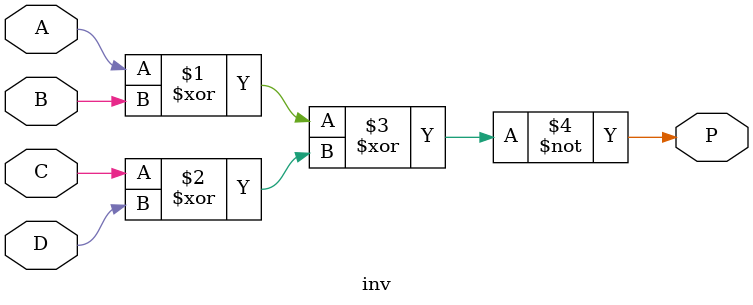
<source format=v>
`timescale 1ns / 1ps

module inv(A,B,C,D,P);
input A, B, C, D;
output P;

assign P = ~((A^B)^(C^D));
endmodule

</source>
